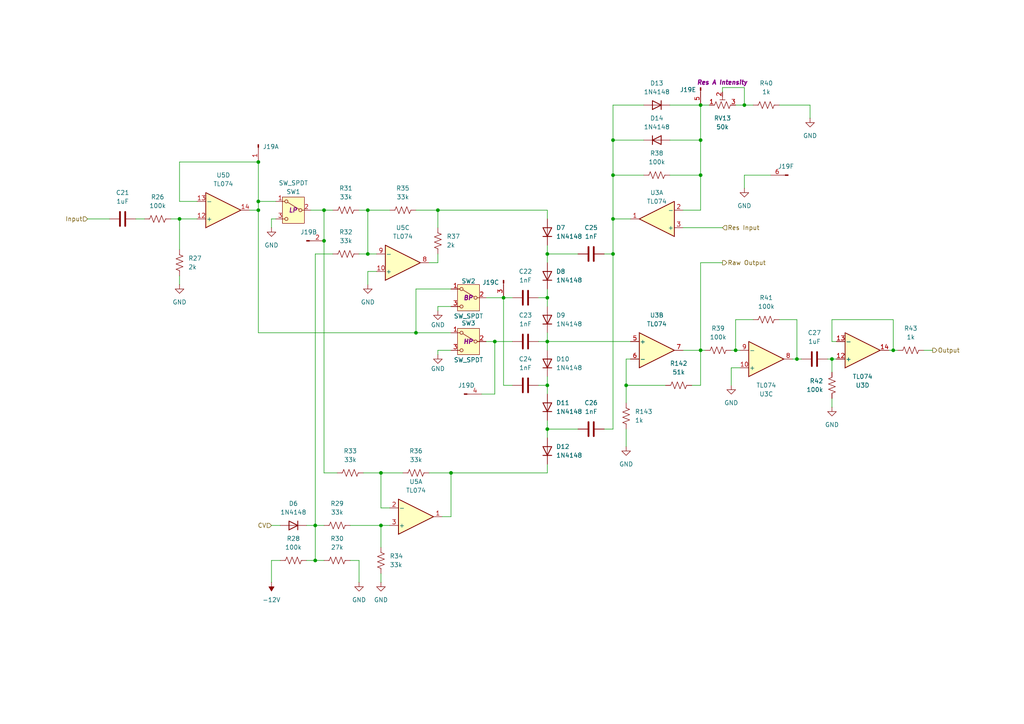
<source format=kicad_sch>
(kicad_sch (version 20250114) (generator "eeschema") (generator_version "9.0")
  (paper "A4")
  (title_block (company "DMH Instruments") (comment 1 "PCB for 15cm Kosmo format synthesizer module"))
  (lib_symbols
    (symbol "Amplifier_Operational:TL074" (pin_names (offset 0.127))
      (property "Reference" "U" (at 0 5.08 0))
      (property "Value" "TL074" (at 0 -5.08 0))
      (symbol "TL074_1_1"
        (polyline (pts (xy -5.08 5.08) (xy 5.08 0) (xy -5.08 -5.08) (xy -5.08 5.08)) (stroke (width 0.254)) (fill (type background)))
        (pin input line (at -7.62 2.54 0) (length 2.54) (name "+") (number "3"))
        (pin input line (at -7.62 -2.54 0) (length 2.54) (name "-") (number "2"))
        (pin output line (at 7.62 0 180) (length 2.54) (name "~") (number "1"))
      )
      (symbol "TL074_2_1"
        (polyline (pts (xy -5.08 5.08) (xy 5.08 0) (xy -5.08 -5.08) (xy -5.08 5.08)) (stroke (width 0.254)) (fill (type background)))
        (pin input line (at -7.62 2.54 0) (length 2.54) (name "+") (number "5"))
        (pin input line (at -7.62 -2.54 0) (length 2.54) (name "-") (number "6"))
        (pin output line (at 7.62 0 180) (length 2.54) (name "~") (number "7"))
      )
      (symbol "TL074_3_1"
        (polyline (pts (xy -5.08 5.08) (xy 5.08 0) (xy -5.08 -5.08) (xy -5.08 5.08)) (stroke (width 0.254)) (fill (type background)))
        (pin input line (at -7.62 2.54 0) (length 2.54) (name "+") (number "10"))
        (pin input line (at -7.62 -2.54 0) (length 2.54) (name "-") (number "9"))
        (pin output line (at 7.62 0 180) (length 2.54) (name "~") (number "8"))
      )
      (symbol "TL074_4_1"
        (polyline (pts (xy -5.08 5.08) (xy 5.08 0) (xy -5.08 -5.08) (xy -5.08 5.08)) (stroke (width 0.254)) (fill (type background)))
        (pin input line (at -7.62 2.54 0) (length 2.54) (name "+") (number "12"))
        (pin input line (at -7.62 -2.54 0) (length 2.54) (name "-") (number "13"))
        (pin output line (at 7.62 0 180) (length 2.54) (name "~") (number "14"))
      )
      (symbol "TL074_5_1"
        (pin power_in line (at -2.54 7.62 270) (length 3.81) (name "V+") (number "4"))
        (pin power_in line (at -2.54 -7.62 90) (length 3.81) (name "V-") (number "11"))
      )
    )
    (symbol "Device:C" (pin_numbers (hide yes)) (pin_names (offset 0.254))
      (property "Reference" "C" (at 0.635 2.54 0))
      (property "Value" "C" (at 0.635 -2.54 0))
      (symbol "C_0_1"
        (polyline (pts (xy -2.032 0.762) (xy 2.032 0.762)) (stroke (width 0.508)))
        (polyline (pts (xy -2.032 -0.762) (xy 2.032 -0.762)) (stroke (width 0.508)))
      )
      (symbol "C_1_1"
        (pin passive line (at 0 3.81 270) (length 2.794) (name "~") (number "1"))
        (pin passive line (at 0 -3.81 90) (length 2.794) (name "~") (number "2"))
      )
    )
    (symbol "Device:R_Potentiometer_Trim_US" (pin_names (offset 1.016) (hide yes))
      (property "Reference" "RV" (at -4.445 0 90))
      (property "Value" "R_Potentiometer_Trim_US" (at -2.54 0 90))
      (symbol "R_Potentiometer_Trim_US_0_1"
        (polyline (pts (xy 0 2.286) (xy 0 2.54)))
        (polyline (pts (xy 0 2.286) (xy 1.016 1.905) (xy 0 1.524) (xy -1.016 1.143) (xy 0 0.762)))
        (polyline (pts (xy 0 0.762) (xy 1.016 0.381) (xy 0 0) (xy -1.016 -0.381) (xy 0 -0.762)))
        (polyline (pts (xy 0 -0.762) (xy 1.016 -1.143) (xy 0 -1.524) (xy -1.016 -1.905) (xy 0 -2.286)))
        (polyline (pts (xy 0 -2.286) (xy 0 -2.54)))
        (polyline (pts (xy 1.524 0.762) (xy 1.524 -0.762)))
        (polyline (pts (xy 2.54 0) (xy 1.524 0)))
      )
      (symbol "R_Potentiometer_Trim_US_1_1"
        (pin passive line (at 0 3.81 270) (length 1.27) (name "1") (number "1"))
        (pin passive line (at 0 -3.81 90) (length 1.27) (name "3") (number "3"))
        (pin passive line (at 3.81 0 180) (length 1.27) (name "2") (number "2"))
      )
    )
    (symbol "Device:R_US" (pin_numbers (hide yes)) (pin_names (offset 0))
      (property "Reference" "R" (at 2.54 0 90))
      (property "Value" "R_US" (at -2.54 0 90))
      (symbol "R_US_0_1"
        (polyline (pts (xy 0 2.286) (xy 0 2.54)))
        (polyline (pts (xy 0 2.286) (xy 1.016 1.905) (xy 0 1.524) (xy -1.016 1.143) (xy 0 0.762)))
        (polyline (pts (xy 0 0.762) (xy 1.016 0.381) (xy 0 0) (xy -1.016 -0.381) (xy 0 -0.762)))
        (polyline (pts (xy 0 -0.762) (xy 1.016 -1.143) (xy 0 -1.524) (xy -1.016 -1.905) (xy 0 -2.286)))
        (polyline (pts (xy 0 -2.286) (xy 0 -2.54)))
      )
      (symbol "R_US_1_1"
        (pin passive line (at 0 3.81 270) (length 1.27) (name "~") (number "1"))
        (pin passive line (at 0 -3.81 90) (length 1.27) (name "~") (number "2"))
      )
    )
    (symbol "Diode:1N4148" (pin_numbers (hide yes)) (pin_names (hide yes))
      (property "Reference" "D" (at 0 2.54 0))
      (property "Value" "1N4148" (at 0 -2.54 0))
      (symbol "1N4148_0_1"
        (polyline (pts (xy -1.27 1.27) (xy -1.27 -1.27)) (stroke (width 0.254)))
        (polyline (pts (xy 1.27 1.27) (xy 1.27 -1.27) (xy -1.27 0) (xy 1.27 1.27)) (stroke (width 0.254)))
        (polyline (pts (xy 1.27 0) (xy -1.27 0)))
      )
      (symbol "1N4148_1_1"
        (pin passive line (at -3.81 0 0) (length 2.54) (name "K") (number "1"))
        (pin passive line (at 3.81 0 180) (length 2.54) (name "A") (number "2"))
      )
    )
    (symbol "Switch:SW_SPDT" (pin_names (offset 0) (hide yes))
      (property "Reference" "SW" (at 0 5.08 0))
      (property "Value" "SW_SPDT" (at 0 -5.08 0))
      (symbol "SW_SPDT_0_1"
        (circle (center -2.032 0) (radius 0.4572))
        (polyline (pts (xy -1.651 0.254) (xy 1.651 2.286)))
        (circle (center 2.032 2.54) (radius 0.4572))
        (circle (center 2.032 -2.54) (radius 0.4572))
      )
      (symbol "SW_SPDT_1_1"
        (rectangle (start -3.175 3.81) (end 3.175 -3.81) (fill (type background)))
        (pin passive line (at -5.08 0 0) (length 2.54) (name "B") (number "2"))
        (pin passive line (at 5.08 2.54 180) (length 2.54) (name "A") (number "1"))
        (pin passive line (at 5.08 -2.54 180) (length 2.54) (name "C") (number "3"))
      )
    )
    (symbol "SynthStuff:Conn_01x06_PinHeader" (pin_names (offset 1.016) (hide yes))
      (property "Reference" "J" (at 0 2.54 0))
      (symbol "Conn_01x06_PinHeader_1_1"
        (rectangle (start 0.8636 0.127) (end 0 -0.127) (stroke (width 0.1524)) (fill (type outline)))
        (polyline (pts (xy 1.27 0) (xy 0.8636 0)) (stroke (width 0.1524)))
        (pin passive line (at 5.08 0 180) (length 3.81) (name "Pin_1") (number "1"))
      )
      (symbol "Conn_01x06_PinHeader_2_1"
        (rectangle (start 0.8636 0.127) (end 0 -0.127) (stroke (width 0.1524)) (fill (type outline)))
        (polyline (pts (xy 1.27 0) (xy 0.8636 0)) (stroke (width 0.1524)))
        (pin passive line (at 5.08 0 180) (length 3.81) (name "Pin_2") (number "2"))
      )
      (symbol "Conn_01x06_PinHeader_3_1"
        (rectangle (start 0.8636 0.127) (end 0 -0.127) (stroke (width 0.1524)) (fill (type outline)))
        (polyline (pts (xy 1.27 0) (xy 0.8636 0)) (stroke (width 0.1524)))
        (pin passive line (at 5.08 0 180) (length 3.81) (name "Pin_3") (number "3"))
      )
      (symbol "Conn_01x06_PinHeader_4_1"
        (rectangle (start 0.8636 0.127) (end 0 -0.127) (stroke (width 0.1524)) (fill (type outline)))
        (polyline (pts (xy 1.27 0) (xy 0.8636 0)) (stroke (width 0.1524)))
        (pin passive line (at 5.08 0 180) (length 3.81) (name "Pin_4") (number "4"))
      )
      (symbol "Conn_01x06_PinHeader_5_1"
        (rectangle (start 0.8636 0.127) (end 0 -0.127) (stroke (width 0.1524)) (fill (type outline)))
        (polyline (pts (xy 1.27 0) (xy 0.8636 0)) (stroke (width 0.1524)))
        (pin passive line (at 5.08 0 180) (length 3.81) (name "Pin_5") (number "5"))
      )
      (symbol "Conn_01x06_PinHeader_6_1"
        (rectangle (start 0.8636 0.127) (end 0 -0.127) (stroke (width 0.1524)) (fill (type outline)))
        (polyline (pts (xy 1.27 0) (xy 0.8636 0)) (stroke (width 0.1524)))
        (pin passive line (at 5.08 0 180) (length 3.81) (name "Pin_6") (number "6"))
      )
    )
    (symbol "power:-12V" (power) (pin_numbers (hide yes)) (pin_names (offset 0) (hide yes))
      (property "Value" "-12V" (at 0 3.556 0))
      (symbol "-12V_0_0"
        (pin power_in line (at 0 0 90) (length 0) (name "~") (number "1"))
      )
      (symbol "-12V_0_1"
        (polyline (pts (xy 0 0) (xy 0 1.27) (xy 0.762 1.27) (xy 0 2.54) (xy -0.762 1.27) (xy 0 1.27)) (fill (type outline)))
      )
    )
    (symbol "power:GND" (power) (pin_numbers (hide yes)) (pin_names (offset 0) (hide yes))
      (property "Value" "GND" (at 0 -3.81 0))
      (symbol "GND_0_1"
        (polyline (pts (xy 0 0) (xy 0 -1.27) (xy 1.27 -1.27) (xy 0 -2.54) (xy -1.27 -1.27) (xy 0 -1.27)))
      )
      (symbol "GND_1_1"
        (pin power_in line (at 0 0 270) (length 0) (name "~") (number "1"))
      )
    )
  )
  (junction (at 110.49 137.16))
  (junction (at 74.93 58.42))
  (junction (at 213.36 101.6))
  (junction (at 241.3 104.14))
  (junction (at 181.61 111.76))
  (junction (at 177.8 63.5))
  (junction (at 110.49 152.4))
  (junction (at 231.14 104.14))
  (junction (at 259.08 101.6))
  (junction (at 177.8 50.8))
  (junction (at 177.8 40.64))
  (junction (at 106.68 73.66))
  (junction (at 52.07 63.5))
  (junction (at 203.2 30.48))
  (junction (at 74.93 60.96))
  (junction (at 74.93 46.99))
  (junction (at 130.81 137.16))
  (junction (at 93.98 60.96))
  (junction (at 158.75 124.46))
  (junction (at 203.2 40.64))
  (junction (at 158.75 99.06))
  (junction (at 158.75 73.66))
  (junction (at 158.75 111.76))
  (junction (at 143.51 99.06))
  (junction (at 93.98 69.85))
  (junction (at 91.44 152.4))
  (junction (at 203.2 101.6))
  (junction (at 177.8 73.66))
  (junction (at 146.05 86.36))
  (junction (at 120.65 96.52))
  (junction (at 203.2 50.8))
  (junction (at 106.68 60.96))
  (junction (at 91.44 162.56))
  (junction (at 215.9 30.48))
  (junction (at 158.75 86.36))
  (junction (at 127 60.96))
  (wire (pts (xy 203.2 30.48) (xy 205.74 30.48)))
  (wire (pts (xy 215.9 50.8) (xy 223.52 50.8)))
  (wire (pts (xy 120.65 83.82) (xy 130.81 83.82)))
  (wire (pts (xy 78.74 162.56) (xy 78.74 168.91)))
  (wire (pts (xy 106.68 60.96) (xy 106.68 73.66)))
  (wire (pts (xy 241.3 115.57) (xy 241.3 118.11)))
  (wire (pts (xy 156.21 111.76) (xy 158.75 111.76)))
  (wire (pts (xy 106.68 73.66) (xy 109.22 73.66)))
  (wire (pts (xy 130.81 96.52) (xy 120.65 96.52)))
  (wire (pts (xy 91.44 152.4) (xy 91.44 162.56)))
  (wire (pts (xy 52.07 63.5) (xy 57.15 63.5)))
  (wire (pts (xy 186.69 50.8) (xy 177.8 50.8)))
  (wire (pts (xy 259.08 101.6) (xy 257.81 101.6)))
  (wire (pts (xy 213.36 92.71) (xy 213.36 101.6)))
  (wire (pts (xy 130.81 149.86) (xy 128.27 149.86)))
  (wire (pts (xy 158.75 96.52) (xy 158.75 99.06)))
  (wire (pts (xy 175.26 124.46) (xy 177.8 124.46)))
  (wire (pts (xy 158.75 83.82) (xy 158.75 86.36)))
  (wire (pts (xy 231.14 104.14) (xy 232.41 104.14)))
  (wire (pts (xy 209.55 25.4) (xy 215.9 25.4)))
  (wire (pts (xy 130.81 137.16) (xy 130.81 149.86)))
  (wire (pts (xy 215.9 30.48) (xy 218.44 30.48)))
  (wire (pts (xy 158.75 111.76) (xy 158.75 114.3)))
  (wire (pts (xy 109.22 78.74) (xy 106.68 78.74)))
  (wire (pts (xy 104.14 162.56) (xy 104.14 168.91)))
  (wire (pts (xy 203.2 30.48) (xy 203.2 40.64)))
  (wire (pts (xy 203.2 40.64) (xy 203.2 50.8)))
  (wire (pts (xy 80.01 63.5) (xy 78.74 63.5)))
  (wire (pts (xy 120.65 96.52) (xy 120.65 83.82)))
  (wire (pts (xy 177.8 50.8) (xy 177.8 63.5)))
  (wire (pts (xy 241.3 104.14) (xy 242.57 104.14)))
  (wire (pts (xy 52.07 58.42) (xy 57.15 58.42)))
  (wire (pts (xy 212.09 101.6) (xy 213.36 101.6)))
  (wire (pts (xy 240.03 104.14) (xy 241.3 104.14)))
  (wire (pts (xy 259.08 101.6) (xy 260.35 101.6)))
  (wire (pts (xy 72.39 60.96) (xy 74.93 60.96)))
  (wire (pts (xy 110.49 152.4) (xy 113.03 152.4)))
  (wire (pts (xy 140.97 99.06) (xy 143.51 99.06)))
  (wire (pts (xy 120.65 60.96) (xy 127 60.96)))
  (wire (pts (xy 181.61 111.76) (xy 193.04 111.76)))
  (wire (pts (xy 167.64 73.66) (xy 158.75 73.66)))
  (wire (pts (xy 231.14 92.71) (xy 231.14 104.14)))
  (wire (pts (xy 158.75 99.06) (xy 182.88 99.06)))
  (wire (pts (xy 182.88 63.5) (xy 177.8 63.5)))
  (wire (pts (xy 198.12 101.6) (xy 203.2 101.6)))
  (wire (pts (xy 146.05 86.36) (xy 146.05 111.76)))
  (wire (pts (xy 78.74 152.4) (xy 81.28 152.4)))
  (wire (pts (xy 156.21 86.36) (xy 158.75 86.36)))
  (wire (pts (xy 52.07 46.99) (xy 52.07 58.42)))
  (wire (pts (xy 229.87 104.14) (xy 231.14 104.14)))
  (wire (pts (xy 74.93 46.99) (xy 52.07 46.99)))
  (wire (pts (xy 241.3 104.14) (xy 241.3 107.95)))
  (wire (pts (xy 93.98 60.96) (xy 96.52 60.96)))
  (wire (pts (xy 203.2 101.6) (xy 204.47 101.6)))
  (wire (pts (xy 215.9 25.4) (xy 215.9 30.48)))
  (wire (pts (xy 213.36 101.6) (xy 214.63 101.6)))
  (wire (pts (xy 139.7 114.3) (xy 143.51 114.3)))
  (wire (pts (xy 181.61 104.14) (xy 181.61 111.76)))
  (wire (pts (xy 186.69 30.48) (xy 177.8 30.48)))
  (wire (pts (xy 127 88.9) (xy 130.81 88.9)))
  (wire (pts (xy 105.41 137.16) (xy 110.49 137.16)))
  (wire (pts (xy 74.93 58.42) (xy 74.93 46.99)))
  (wire (pts (xy 110.49 152.4) (xy 110.49 158.75)))
  (wire (pts (xy 218.44 92.71) (xy 213.36 92.71)))
  (wire (pts (xy 101.6 152.4) (xy 110.49 152.4)))
  (wire (pts (xy 234.95 30.48) (xy 234.95 34.29)))
  (wire (pts (xy 81.28 162.56) (xy 78.74 162.56)))
  (wire (pts (xy 127 90.17) (xy 127 88.9)))
  (wire (pts (xy 127 60.96) (xy 127 66.04)))
  (wire (pts (xy 158.75 137.16) (xy 130.81 137.16)))
  (wire (pts (xy 146.05 111.76) (xy 148.59 111.76)))
  (wire (pts (xy 200.66 111.76) (xy 203.2 111.76)))
  (wire (pts (xy 181.61 124.46) (xy 181.61 129.54)))
  (wire (pts (xy 203.2 60.96) (xy 198.12 60.96)))
  (wire (pts (xy 214.63 106.68) (xy 212.09 106.68)))
  (wire (pts (xy 158.75 60.96) (xy 127 60.96)))
  (wire (pts (xy 91.44 152.4) (xy 93.98 152.4)))
  (wire (pts (xy 226.06 92.71) (xy 231.14 92.71)))
  (wire (pts (xy 127 101.6) (xy 127 102.87)))
  (wire (pts (xy 158.75 86.36) (xy 158.75 88.9)))
  (wire (pts (xy 267.97 101.6) (xy 270.51 101.6)))
  (wire (pts (xy 177.8 73.66) (xy 177.8 124.46)))
  (wire (pts (xy 213.36 30.48) (xy 215.9 30.48)))
  (wire (pts (xy 106.68 60.96) (xy 113.03 60.96)))
  (wire (pts (xy 226.06 30.48) (xy 234.95 30.48)))
  (wire (pts (xy 181.61 111.76) (xy 181.61 116.84)))
  (wire (pts (xy 124.46 76.2) (xy 127 76.2)))
  (wire (pts (xy 104.14 60.96) (xy 106.68 60.96)))
  (wire (pts (xy 88.9 162.56) (xy 91.44 162.56)))
  (wire (pts (xy 140.97 86.36) (xy 146.05 86.36)))
  (wire (pts (xy 158.75 99.06) (xy 158.75 101.6)))
  (wire (pts (xy 110.49 137.16) (xy 116.84 137.16)))
  (wire (pts (xy 181.61 104.14) (xy 182.88 104.14)))
  (wire (pts (xy 91.44 162.56) (xy 93.98 162.56)))
  (wire (pts (xy 203.2 101.6) (xy 203.2 111.76)))
  (wire (pts (xy 156.21 99.06) (xy 158.75 99.06)))
  (wire (pts (xy 49.53 63.5) (xy 52.07 63.5)))
  (wire (pts (xy 242.57 99.06) (xy 241.3 99.06)))
  (wire (pts (xy 127 76.2) (xy 127 73.66)))
  (wire (pts (xy 110.49 137.16) (xy 110.49 147.32)))
  (wire (pts (xy 177.8 63.5) (xy 177.8 73.66)))
  (wire (pts (xy 194.31 30.48) (xy 203.2 30.48)))
  (wire (pts (xy 158.75 109.22) (xy 158.75 111.76)))
  (wire (pts (xy 91.44 73.66) (xy 91.44 152.4)))
  (wire (pts (xy 90.17 60.96) (xy 93.98 60.96)))
  (wire (pts (xy 96.52 73.66) (xy 91.44 73.66)))
  (wire (pts (xy 124.46 137.16) (xy 130.81 137.16)))
  (wire (pts (xy 241.3 92.71) (xy 259.08 92.71)))
  (wire (pts (xy 194.31 50.8) (xy 203.2 50.8)))
  (wire (pts (xy 175.26 73.66) (xy 177.8 73.66)))
  (wire (pts (xy 186.69 40.64) (xy 177.8 40.64)))
  (wire (pts (xy 78.74 63.5) (xy 78.74 66.04)))
  (wire (pts (xy 143.51 114.3) (xy 143.51 99.06)))
  (wire (pts (xy 74.93 96.52) (xy 120.65 96.52)))
  (wire (pts (xy 101.6 162.56) (xy 104.14 162.56)))
  (wire (pts (xy 52.07 80.01) (xy 52.07 82.55)))
  (wire (pts (xy 39.37 63.5) (xy 41.91 63.5)))
  (wire (pts (xy 158.75 63.5) (xy 158.75 60.96)))
  (wire (pts (xy 148.59 86.36) (xy 146.05 86.36)))
  (wire (pts (xy 177.8 30.48) (xy 177.8 40.64)))
  (wire (pts (xy 93.98 137.16) (xy 97.79 137.16)))
  (wire (pts (xy 177.8 40.64) (xy 177.8 50.8)))
  (wire (pts (xy 158.75 73.66) (xy 158.75 76.2)))
  (wire (pts (xy 74.93 60.96) (xy 74.93 58.42)))
  (wire (pts (xy 106.68 78.74) (xy 106.68 82.55)))
  (wire (pts (xy 110.49 166.37) (xy 110.49 168.91)))
  (wire (pts (xy 52.07 63.5) (xy 52.07 72.39)))
  (wire (pts (xy 198.12 66.04) (xy 209.55 66.04)))
  (wire (pts (xy 241.3 99.06) (xy 241.3 92.71)))
  (wire (pts (xy 25.4 63.5) (xy 31.75 63.5)))
  (wire (pts (xy 158.75 121.92) (xy 158.75 124.46)))
  (wire (pts (xy 158.75 71.12) (xy 158.75 73.66)))
  (wire (pts (xy 259.08 92.71) (xy 259.08 101.6)))
  (wire (pts (xy 130.81 101.6) (xy 127 101.6)))
  (wire (pts (xy 104.14 73.66) (xy 106.68 73.66)))
  (wire (pts (xy 215.9 54.61) (xy 215.9 50.8)))
  (wire (pts (xy 158.75 134.62) (xy 158.75 137.16)))
  (wire (pts (xy 110.49 147.32) (xy 113.03 147.32)))
  (wire (pts (xy 143.51 99.06) (xy 148.59 99.06)))
  (wire (pts (xy 158.75 124.46) (xy 158.75 127)))
  (wire (pts (xy 203.2 50.8) (xy 203.2 60.96)))
  (wire (pts (xy 74.93 60.96) (xy 74.93 96.52)))
  (wire (pts (xy 88.9 152.4) (xy 91.44 152.4)))
  (wire (pts (xy 194.31 40.64) (xy 203.2 40.64)))
  (wire (pts (xy 93.98 60.96) (xy 93.98 69.85)))
  (wire (pts (xy 93.98 69.85) (xy 93.98 137.16)))
  (wire (pts (xy 209.55 26.67) (xy 209.55 25.4)))
  (wire (pts (xy 158.75 124.46) (xy 167.64 124.46)))
  (wire (pts (xy 74.93 58.42) (xy 80.01 58.42)))
  (wire (pts (xy 203.2 76.2) (xy 209.55 76.2)))
  (wire (pts (xy 212.09 106.68) (xy 212.09 111.76)))
  (wire (pts (xy 203.2 76.2) (xy 203.2 101.6)))
  (hierarchical_label "CV" (shape input) (at 78.74 152.4 180))
  (hierarchical_label "Raw Output" (shape output) (at 209.55 76.2 0))
  (hierarchical_label "Input" (shape input) (at 25.4 63.5 180))
  (hierarchical_label "Output" (shape output) (at 270.51 101.6 0))
  (hierarchical_label "Res Input" (shape input) (at 209.55 66.04 0))
  (symbol (lib_id "Device:C") (at 152.4 111.76 90) (unit 1) (on_board no)
    (property "Reference" "C24" (at 152.4 104.14 90))
    (property "Value" "1nF" (at 152.4 106.68 90))
    (property "Footprint" "Capacitor_THT:C_Disc_D4.3mm_W1.9mm_P5.00mm" (effects (hide yes)))
    (property "Description" "Unpolarized capacitor" (effects (hide yes)))
  )
  (symbol (lib_id "Amplifier_Operational:TL074") (at 250.19 101.6 0) (mirror x) (unit 4) (on_board no)
    (property "Reference" "U3" (at 250.19 111.76 0))
    (property "Value" "TL074" (at 250.19 109.22 0))
    (property "Footprint" "Package_DIP:DIP-14_W7.62mm_Socket" (effects (hide yes)))
    (property "Datasheet" "http://www.ti.com/lit/ds/symlink/tl071.pdf" (effects (hide yes)))
    (property "Description" "Quad Low-Noise JFET-Input Operational Amplifiers, DIP-14/SOIC-14" (effects (hide yes)))
  )
  (symbol (lib_id "Diode:1N4148") (at 85.09 152.4 180) (unit 1) (on_board no)
    (property "Reference" "D6" (at 85.09 146.05 0))
    (property "Value" "1N4148" (at 85.09 148.59 0))
    (property "Footprint" "Diode_THT:D_DO-35_SOD27_P7.62mm_Horizontal" (effects (hide yes)))
    (property "Datasheet" "https://assets.nexperia.com/documents/data-sheet/1N4148_1N4448.pdf" (effects (hide yes)))
    (property "Description" "100V 0.15A standard switching diode, DO-35" (effects (hide yes)))
    (property "Sim.Device" "D" (effects (hide yes)))
    (property "Sim.Pins" "1=K 2=A" (effects (hide yes)))
  )
  (symbol (lib_id "Amplifier_Operational:TL074") (at 64.77 60.96 0) (mirror x) (unit 4) (on_board no)
    (property "Reference" "U5" (at 64.77 50.8 0))
    (property "Value" "TL074" (at 64.77 53.34 0))
    (property "Footprint" "Package_DIP:DIP-14_W7.62mm_Socket" (effects (hide yes)))
    (property "Datasheet" "http://www.ti.com/lit/ds/symlink/tl071.pdf" (effects (hide yes)))
    (property "Description" "Quad Low-Noise JFET-Input Operational Amplifiers, DIP-14/SOIC-14" (effects (hide yes)))
  )
  (symbol (lib_id "power:GND") (at 78.74 66.04 0) (unit 1)
    (property "Reference" "#PWR033" (effects (hide yes)))
    (property "Value" "GND" (at 78.74 71.12 0))
    (property "Description" "Power symbol creates a global label with name \"GND\" , ground" (effects (hide yes)))
  )
  (symbol (lib_id "power:GND") (at 106.68 82.55 0) (unit 1)
    (property "Reference" "#PWR036" (effects (hide yes)))
    (property "Value" "GND" (at 106.68 87.63 0))
    (property "Description" "Power symbol creates a global label with name \"GND\" , ground" (effects (hide yes)))
  )
  (symbol (lib_id "Device:R_US") (at 85.09 162.56 90) (unit 1) (on_board no)
    (property "Reference" "R28" (at 85.09 156.21 90))
    (property "Value" "100k" (at 85.09 158.75 90))
    (property "Footprint" "Resistor_THT:R_Axial_DIN0207_L6.3mm_D2.5mm_P7.62mm_Horizontal" (effects (hide yes)))
    (property "Description" "Resistor, US symbol" (effects (hide yes)))
  )
  (symbol (lib_id "power:GND") (at 234.95 34.29 0) (unit 1)
    (property "Reference" "#PWR041" (effects (hide yes)))
    (property "Value" "GND" (at 234.95 39.37 0))
    (property "Description" "Power symbol creates a global label with name \"GND\" , ground" (effects (hide yes)))
  )
  (symbol (lib_id "power:GND") (at 215.9 54.61 0) (unit 1)
    (property "Reference" "#PWR0109" (effects (hide yes)))
    (property "Value" "GND" (at 215.9 59.69 0))
    (property "Description" "Power symbol creates a global label with name \"GND\" , ground" (effects (hide yes)))
  )
  (symbol (lib_id "Device:C") (at 236.22 104.14 90) (unit 1) (on_board no)
    (property "Reference" "C27" (at 236.22 96.52 90))
    (property "Value" "1uF" (at 236.22 99.06 90))
    (property "Footprint" "Capacitor_THT:C_Disc_D4.3mm_W1.9mm_P5.00mm" (effects (hide yes)))
    (property "Description" "Unpolarized capacitor" (effects (hide yes)))
  )
  (symbol (lib_id "SynthStuff:Conn_01x06_PinHeader") (at 146.05 81.28 270) (unit 3)
    (property "Reference" "J19" (at 144.78 81.9149 90) (effects (justify right)))
    (property "Value" "Conn_01x06_PinHeader" (effects (hide yes)))
    (property "Footprint" "Connector_PinSocket_2.54mm:PinSocket_1x06_P2.54mm_Vertical" (effects (hide yes)))
    (property "Description" "Generic connector, single row, 01x06" (effects (hide yes)))
  )
  (symbol (lib_id "Device:R_US") (at 222.25 92.71 90) (unit 1) (on_board no)
    (property "Reference" "R41" (at 222.25 86.36 90))
    (property "Value" "100k" (at 222.25 88.9 90))
    (property "Footprint" "Resistor_THT:R_Axial_DIN0207_L6.3mm_D2.5mm_P7.62mm_Horizontal" (effects (hide yes)))
    (property "Description" "Resistor, US symbol" (effects (hide yes)))
  )
  (symbol (lib_id "power:GND") (at 110.49 168.91 0) (unit 1)
    (property "Reference" "#PWR037" (effects (hide yes)))
    (property "Value" "GND" (at 110.49 173.99 0))
    (property "Description" "Power symbol creates a global label with name \"GND\" , ground" (effects (hide yes)))
  )
  (symbol (lib_id "Diode:1N4148") (at 158.75 67.31 90) (unit 1) (on_board no)
    (property "Reference" "D7" (at 161.29 66.0399 90) (effects (justify right)))
    (property "Value" "1N4148" (at 161.29 68.5799 90) (effects (justify right)))
    (property "Footprint" "Diode_THT:D_DO-35_SOD27_P7.62mm_Horizontal" (effects (hide yes)))
    (property "Datasheet" "https://assets.nexperia.com/documents/data-sheet/1N4148_1N4448.pdf" (effects (hide yes)))
    (property "Description" "100V 0.15A standard switching diode, DO-35" (effects (hide yes)))
    (property "Sim.Device" "D" (effects (hide yes)))
    (property "Sim.Pins" "1=K 2=A" (effects (hide yes)))
  )
  (symbol (lib_id "Device:R_US") (at 100.33 60.96 90) (unit 1) (on_board no)
    (property "Reference" "R31" (at 100.33 54.61 90))
    (property "Value" "33k" (at 100.33 57.15 90))
    (property "Footprint" "Resistor_THT:R_Axial_DIN0207_L6.3mm_D2.5mm_P7.62mm_Horizontal" (effects (hide yes)))
    (property "Description" "Resistor, US symbol" (effects (hide yes)))
  )
  (symbol (lib_id "Switch:SW_SPDT") (at 135.89 86.36 0) (mirror y) (unit 1)
    (property "Reference" "SW2" (at 135.89 81.534 0))
    (property "Value" "SW_SPDT" (at 135.89 91.694 0))
    (property "Footprint" "SynthStuff:Toggle_Switch_TE" (effects (hide yes)))
    (property "Description" "Switch, single pole double throw" (effects (hide yes)))
    (property "Function" "BP" (at 135.89 86.36 0) (effects (font (thickness 0.254) (bold yes) (italic yes))))
  )
  (symbol (lib_id "power:-12V") (at 78.74 168.91 180) (unit 1)
    (property "Reference" "#PWR034" (effects (hide yes)))
    (property "Value" "-12V" (at 78.74 173.99 0))
    (property "Description" "Power symbol creates a global label with name \"-12V\"" (effects (hide yes)))
  )
  (symbol (lib_id "Amplifier_Operational:TL074") (at 222.25 104.14 0) (mirror x) (unit 3) (on_board no)
    (property "Reference" "U3" (at 222.25 114.3 0))
    (property "Value" "TL074" (at 222.25 111.76 0))
    (property "Footprint" "Package_DIP:DIP-14_W7.62mm_Socket" (effects (hide yes)))
    (property "Datasheet" "http://www.ti.com/lit/ds/symlink/tl071.pdf" (effects (hide yes)))
    (property "Description" "Quad Low-Noise JFET-Input Operational Amplifiers, DIP-14/SOIC-14" (effects (hide yes)))
  )
  (symbol (lib_id "Amplifier_Operational:TL074") (at 116.84 76.2 0) (mirror x) (unit 3) (on_board no)
    (property "Reference" "U5" (at 116.84 66.04 0))
    (property "Value" "TL074" (at 116.84 68.58 0))
    (property "Footprint" "Package_DIP:DIP-14_W7.62mm_Socket" (effects (hide yes)))
    (property "Datasheet" "http://www.ti.com/lit/ds/symlink/tl071.pdf" (effects (hide yes)))
    (property "Description" "Quad Low-Noise JFET-Input Operational Amplifiers, DIP-14/SOIC-14" (effects (hide yes)))
  )
  (symbol (lib_id "Device:C") (at 152.4 99.06 90) (unit 1) (on_board no)
    (property "Reference" "C23" (at 152.4 91.44 90))
    (property "Value" "1nF" (at 152.4 93.98 90))
    (property "Footprint" "Capacitor_THT:C_Disc_D4.3mm_W1.9mm_P5.00mm" (effects (hide yes)))
    (property "Description" "Unpolarized capacitor" (effects (hide yes)))
  )
  (symbol (lib_id "SynthStuff:Conn_01x06_PinHeader") (at 74.93 41.91 270) (unit 1)
    (property "Reference" "J19" (at 76.2 42.5449 90) (effects (justify left)))
    (property "Value" "Conn_01x06_PinHeader" (effects (hide yes)))
    (property "Footprint" "Connector_PinSocket_2.54mm:PinSocket_1x06_P2.54mm_Vertical" (effects (hide yes)))
    (property "Description" "Generic connector, single row, 01x06" (effects (hide yes)))
  )
  (symbol (lib_id "Amplifier_Operational:TL074") (at 190.5 63.5 180) (unit 1) (on_board no)
    (property "Reference" "U3" (at 190.5 55.88 0))
    (property "Value" "TL074" (at 190.5 58.42 0))
    (property "Footprint" "Package_DIP:DIP-14_W7.62mm_Socket" (effects (hide yes)))
    (property "Datasheet" "http://www.ti.com/lit/ds/symlink/tl071.pdf" (effects (hide yes)))
    (property "Description" "Quad Low-Noise JFET-Input Operational Amplifiers, DIP-14/SOIC-14" (effects (hide yes)))
  )
  (symbol (lib_id "Switch:SW_SPDT") (at 85.09 60.96 0) (mirror y) (unit 1)
    (property "Reference" "SW1" (at 85.09 55.626 0))
    (property "Value" "SW_SPDT" (at 85.09 53.086 0))
    (property "Footprint" "SynthStuff:Toggle_Switch_TE" (effects (hide yes)))
    (property "Description" "Switch, single pole double throw" (effects (hide yes)))
    (property "Function" "LP" (at 85.09 60.96 0) (effects (font (thickness 0.254) (bold yes) (italic yes))))
  )
  (symbol (lib_id "Device:R_US") (at 208.28 101.6 90) (unit 1) (on_board no)
    (property "Reference" "R39" (at 208.28 95.25 90))
    (property "Value" "100k" (at 208.28 97.79 90))
    (property "Footprint" "Resistor_THT:R_Axial_DIN0207_L6.3mm_D2.5mm_P7.62mm_Horizontal" (effects (hide yes)))
    (property "Description" "Resistor, US symbol" (effects (hide yes)))
  )
  (symbol (lib_id "Device:C") (at 171.45 73.66 90) (unit 1) (on_board no)
    (property "Reference" "C25" (at 171.45 66.04 90))
    (property "Value" "1nF" (at 171.45 68.58 90))
    (property "Footprint" "Capacitor_THT:C_Disc_D4.3mm_W1.9mm_P5.00mm" (effects (hide yes)))
    (property "Description" "Unpolarized capacitor" (effects (hide yes)))
  )
  (symbol (lib_id "Device:R_US") (at 97.79 152.4 90) (unit 1) (on_board no)
    (property "Reference" "R29" (at 97.79 146.05 90))
    (property "Value" "33k" (at 97.79 148.59 90))
    (property "Footprint" "Resistor_THT:R_Axial_DIN0207_L6.3mm_D2.5mm_P7.62mm_Horizontal" (effects (hide yes)))
    (property "Description" "Resistor, US symbol" (effects (hide yes)))
  )
  (symbol (lib_id "Device:R_US") (at 181.61 120.65 180) (unit 1) (on_board no)
    (property "Reference" "R143" (at 184.15 119.3799 0) (effects (justify right)))
    (property "Value" "1k" (at 184.15 121.9199 0) (effects (justify right)))
    (property "Footprint" "Resistor_THT:R_Axial_DIN0207_L6.3mm_D2.5mm_P7.62mm_Horizontal" (effects (hide yes)))
    (property "Description" "Resistor, US symbol" (effects (hide yes)))
  )
  (symbol (lib_id "SynthStuff:Conn_01x06_PinHeader") (at 203.2 25.4 90) (mirror x) (unit 5)
    (property "Reference" "J19" (at 201.93 26.0349 90) (effects (justify left)))
    (property "Value" "Conn_01x06_PinHeader" (effects (hide yes)))
    (property "Footprint" "Connector_PinSocket_2.54mm:PinSocket_1x06_P2.54mm_Vertical" (effects (hide yes)))
    (property "Description" "Generic connector, single row, 01x06" (effects (hide yes)))
  )
  (symbol (lib_id "Device:C") (at 171.45 124.46 90) (unit 1) (on_board no)
    (property "Reference" "C26" (at 171.45 116.84 90))
    (property "Value" "1nF" (at 171.45 119.38 90))
    (property "Footprint" "Capacitor_THT:C_Disc_D4.3mm_W1.9mm_P5.00mm" (effects (hide yes)))
    (property "Description" "Unpolarized capacitor" (effects (hide yes)))
  )
  (symbol (lib_id "Device:R_US") (at 110.49 162.56 180) (unit 1) (on_board no)
    (property "Reference" "R34" (at 113.03 161.2899 0) (effects (justify right)))
    (property "Value" "33k" (at 113.03 163.8299 0) (effects (justify right)))
    (property "Footprint" "Resistor_THT:R_Axial_DIN0207_L6.3mm_D2.5mm_P7.62mm_Horizontal" (effects (hide yes)))
    (property "Description" "Resistor, US symbol" (effects (hide yes)))
  )
  (symbol (lib_id "power:GND") (at 52.07 82.55 0) (unit 1)
    (property "Reference" "#PWR032" (effects (hide yes)))
    (property "Value" "GND" (at 52.07 87.63 0))
    (property "Description" "Power symbol creates a global label with name \"GND\" , ground" (effects (hide yes)))
  )
  (symbol (lib_id "power:GND") (at 127 102.87 0) (unit 1)
    (property "Reference" "#PWR039" (effects (hide yes)))
    (property "Value" "GND" (at 127 106.934 0))
    (property "Description" "Power symbol creates a global label with name \"GND\" , ground" (effects (hide yes)))
  )
  (symbol (lib_id "Device:C") (at 35.56 63.5 90) (unit 1) (on_board no)
    (property "Reference" "C21" (at 35.56 55.88 90))
    (property "Value" "1uF" (at 35.56 58.42 90))
    (property "Footprint" "Capacitor_THT:C_Disc_D4.3mm_W1.9mm_P5.00mm" (effects (hide yes)))
    (property "Description" "Unpolarized capacitor" (effects (hide yes)))
  )
  (symbol (lib_id "power:GND") (at 127 90.17 0) (unit 1)
    (property "Reference" "#PWR038" (effects (hide yes)))
    (property "Value" "GND" (at 127 94.234 0))
    (property "Description" "Power symbol creates a global label with name \"GND\" , ground" (effects (hide yes)))
  )
  (symbol (lib_id "Device:C") (at 152.4 86.36 90) (unit 1) (on_board no)
    (property "Reference" "C22" (at 152.4 78.74 90))
    (property "Value" "1nF" (at 152.4 81.28 90))
    (property "Footprint" "Capacitor_THT:C_Disc_D4.3mm_W1.9mm_P5.00mm" (effects (hide yes)))
    (property "Description" "Unpolarized capacitor" (effects (hide yes)))
  )
  (symbol (lib_id "Device:R_Potentiometer_Trim_US") (at 209.55 30.48 90) (unit 1)
    (property "Reference" "RV13" (at 209.55 34.29 90))
    (property "Value" "50k" (at 209.55 36.83 90))
    (property "Footprint" "Potentiometer_THT:Potentiometer_Bourns_3296W_Vertical" (effects (hide yes)))
    (property "Description" "Trim-potentiometer, US symbol" (effects (hide yes)))
    (property "Function" "Res A Intensity" (at 209.55 23.876 90) (effects (font (thickness 0.254) (bold yes) (italic yes))))
  )
  (symbol (lib_id "power:GND") (at 241.3 118.11 0) (unit 1)
    (property "Reference" "#PWR042" (effects (hide yes)))
    (property "Value" "GND" (at 241.3 123.19 0))
    (property "Description" "Power symbol creates a global label with name \"GND\" , ground" (effects (hide yes)))
  )
  (symbol (lib_id "Device:R_US") (at 196.85 111.76 90) (unit 1) (on_board no)
    (property "Reference" "R142" (at 196.85 105.41 90))
    (property "Value" "51k" (at 196.85 107.95 90))
    (property "Footprint" "Resistor_THT:R_Axial_DIN0207_L6.3mm_D2.5mm_P7.62mm_Horizontal" (effects (hide yes)))
    (property "Description" "Resistor, US symbol" (effects (hide yes)))
  )
  (symbol (lib_id "Device:R_US") (at 97.79 162.56 90) (unit 1) (on_board no)
    (property "Reference" "R30" (at 97.79 156.21 90))
    (property "Value" "27k" (at 97.79 158.75 90))
    (property "Footprint" "Resistor_THT:R_Axial_DIN0207_L6.3mm_D2.5mm_P7.62mm_Horizontal" (effects (hide yes)))
    (property "Description" "Resistor, US symbol" (effects (hide yes)))
  )
  (symbol (lib_id "Device:R_US") (at 127 69.85 180) (unit 1) (on_board no)
    (property "Reference" "R37" (at 129.54 68.5799 0) (effects (justify right)))
    (property "Value" "2k" (at 129.54 71.1199 0) (effects (justify right)))
    (property "Footprint" "Resistor_THT:R_Axial_DIN0207_L6.3mm_D2.5mm_P7.62mm_Horizontal" (effects (hide yes)))
    (property "Description" "Resistor, US symbol" (effects (hide yes)))
  )
  (symbol (lib_id "Amplifier_Operational:TL074") (at 120.65 149.86 0) (mirror x) (unit 1) (on_board no)
    (property "Reference" "U5" (at 120.65 139.7 0))
    (property "Value" "TL074" (at 120.65 142.24 0))
    (property "Footprint" "Package_DIP:DIP-14_W7.62mm_Socket" (effects (hide yes)))
    (property "Datasheet" "http://www.ti.com/lit/ds/symlink/tl071.pdf" (effects (hide yes)))
    (property "Description" "Quad Low-Noise JFET-Input Operational Amplifiers, DIP-14/SOIC-14" (effects (hide yes)))
  )
  (symbol (lib_id "Device:R_US") (at 100.33 73.66 90) (unit 1) (on_board no)
    (property "Reference" "R32" (at 100.33 67.31 90))
    (property "Value" "33k" (at 100.33 69.85 90))
    (property "Footprint" "Resistor_THT:R_Axial_DIN0207_L6.3mm_D2.5mm_P7.62mm_Horizontal" (effects (hide yes)))
    (property "Description" "Resistor, US symbol" (effects (hide yes)))
  )
  (symbol (lib_id "power:GND") (at 181.61 129.54 0) (unit 1)
    (property "Reference" "#PWR0107" (effects (hide yes)))
    (property "Value" "GND" (at 181.61 134.62 0))
    (property "Description" "Power symbol creates a global label with name \"GND\" , ground" (effects (hide yes)))
  )
  (symbol (lib_id "Device:R_US") (at 101.6 137.16 90) (unit 1) (on_board no)
    (property "Reference" "R33" (at 101.6 130.81 90))
    (property "Value" "33k" (at 101.6 133.35 90))
    (property "Footprint" "Resistor_THT:R_Axial_DIN0207_L6.3mm_D2.5mm_P7.62mm_Horizontal" (effects (hide yes)))
    (property "Description" "Resistor, US symbol" (effects (hide yes)))
  )
  (symbol (lib_id "Device:R_US") (at 116.84 60.96 90) (unit 1) (on_board no)
    (property "Reference" "R35" (at 116.84 54.61 90))
    (property "Value" "33k" (at 116.84 57.15 90))
    (property "Footprint" "Resistor_THT:R_Axial_DIN0207_L6.3mm_D2.5mm_P7.62mm_Horizontal" (effects (hide yes)))
    (property "Description" "Resistor, US symbol" (effects (hide yes)))
  )
  (symbol (lib_id "Diode:1N4148") (at 158.75 92.71 90) (unit 1) (on_board no)
    (property "Reference" "D9" (at 161.29 91.4399 90) (effects (justify right)))
    (property "Value" "1N4148" (at 161.29 93.9799 90) (effects (justify right)))
    (property "Footprint" "Diode_THT:D_DO-35_SOD27_P7.62mm_Horizontal" (effects (hide yes)))
    (property "Datasheet" "https://assets.nexperia.com/documents/data-sheet/1N4148_1N4448.pdf" (effects (hide yes)))
    (property "Description" "100V 0.15A standard switching diode, DO-35" (effects (hide yes)))
    (property "Sim.Device" "D" (effects (hide yes)))
    (property "Sim.Pins" "1=K 2=A" (effects (hide yes)))
  )
  (symbol (lib_id "Diode:1N4148") (at 158.75 118.11 90) (unit 1) (on_board no)
    (property "Reference" "D11" (at 161.29 116.8399 90) (effects (justify right)))
    (property "Value" "1N4148" (at 161.29 119.3799 90) (effects (justify right)))
    (property "Footprint" "Diode_THT:D_DO-35_SOD27_P7.62mm_Horizontal" (effects (hide yes)))
    (property "Datasheet" "https://assets.nexperia.com/documents/data-sheet/1N4148_1N4448.pdf" (effects (hide yes)))
    (property "Description" "100V 0.15A standard switching diode, DO-35" (effects (hide yes)))
    (property "Sim.Device" "D" (effects (hide yes)))
    (property "Sim.Pins" "1=K 2=A" (effects (hide yes)))
  )
  (symbol (lib_id "power:GND") (at 104.14 168.91 0) (unit 1)
    (property "Reference" "#PWR035" (effects (hide yes)))
    (property "Value" "GND" (at 104.14 173.99 0))
    (property "Description" "Power symbol creates a global label with name \"GND\" , ground" (effects (hide yes)))
  )
  (symbol (lib_id "Device:R_US") (at 45.72 63.5 90) (unit 1) (on_board no)
    (property "Reference" "R26" (at 45.72 57.15 90))
    (property "Value" "100k" (at 45.72 59.69 90))
    (property "Footprint" "Resistor_THT:R_Axial_DIN0207_L6.3mm_D2.5mm_P7.62mm_Horizontal" (effects (hide yes)))
    (property "Description" "Resistor, US symbol" (effects (hide yes)))
  )
  (symbol (lib_id "Diode:1N4148") (at 158.75 105.41 90) (unit 1) (on_board no)
    (property "Reference" "D10" (at 161.29 104.1399 90) (effects (justify right)))
    (property "Value" "1N4148" (at 161.29 106.6799 90) (effects (justify right)))
    (property "Footprint" "Diode_THT:D_DO-35_SOD27_P7.62mm_Horizontal" (effects (hide yes)))
    (property "Datasheet" "https://assets.nexperia.com/documents/data-sheet/1N4148_1N4448.pdf" (effects (hide yes)))
    (property "Description" "100V 0.15A standard switching diode, DO-35" (effects (hide yes)))
    (property "Sim.Device" "D" (effects (hide yes)))
    (property "Sim.Pins" "1=K 2=A" (effects (hide yes)))
  )
  (symbol (lib_id "Device:R_US") (at 120.65 137.16 90) (unit 1) (on_board no)
    (property "Reference" "R36" (at 120.65 130.81 90))
    (property "Value" "33k" (at 120.65 133.35 90))
    (property "Footprint" "Resistor_THT:R_Axial_DIN0207_L6.3mm_D2.5mm_P7.62mm_Horizontal" (effects (hide yes)))
    (property "Description" "Resistor, US symbol" (effects (hide yes)))
  )
  (symbol (lib_id "power:GND") (at 212.09 111.76 0) (unit 1)
    (property "Reference" "#PWR040" (effects (hide yes)))
    (property "Value" "GND" (at 212.09 116.84 0))
    (property "Description" "Power symbol creates a global label with name \"GND\" , ground" (effects (hide yes)))
  )
  (symbol (lib_id "Diode:1N4148") (at 190.5 40.64 0) (unit 1) (on_board no)
    (property "Reference" "D14" (at 190.5 34.29 0))
    (property "Value" "1N4148" (at 190.5 36.83 0))
    (property "Footprint" "Diode_THT:D_DO-35_SOD27_P7.62mm_Horizontal" (effects (hide yes)))
    (property "Datasheet" "https://assets.nexperia.com/documents/data-sheet/1N4148_1N4448.pdf" (effects (hide yes)))
    (property "Description" "100V 0.15A standard switching diode, DO-35" (effects (hide yes)))
    (property "Sim.Device" "D" (effects (hide yes)))
    (property "Sim.Pins" "1=K 2=A" (effects (hide yes)))
  )
  (symbol (lib_id "Device:R_US") (at 241.3 111.76 0) (mirror x) (unit 1) (on_board no)
    (property "Reference" "R42" (at 238.76 110.4899 0) (effects (justify right)))
    (property "Value" "100k" (at 238.76 113.0299 0) (effects (justify right)))
    (property "Footprint" "Resistor_THT:R_Axial_DIN0207_L6.3mm_D2.5mm_P7.62mm_Horizontal" (effects (hide yes)))
    (property "Description" "Resistor, US symbol" (effects (hide yes)))
  )
  (symbol (lib_id "Diode:1N4148") (at 158.75 80.01 90) (unit 1) (on_board no)
    (property "Reference" "D8" (at 161.29 78.7399 90) (effects (justify right)))
    (property "Value" "1N4148" (at 161.29 81.2799 90) (effects (justify right)))
    (property "Footprint" "Diode_THT:D_DO-35_SOD27_P7.62mm_Horizontal" (effects (hide yes)))
    (property "Datasheet" "https://assets.nexperia.com/documents/data-sheet/1N4148_1N4448.pdf" (effects (hide yes)))
    (property "Description" "100V 0.15A standard switching diode, DO-35" (effects (hide yes)))
    (property "Sim.Device" "D" (effects (hide yes)))
    (property "Sim.Pins" "1=K 2=A" (effects (hide yes)))
  )
  (symbol (lib_id "Device:R_US") (at 52.07 76.2 180) (unit 1) (on_board no)
    (property "Reference" "R27" (at 54.61 74.9299 0) (effects (justify right)))
    (property "Value" "2k" (at 54.61 77.4699 0) (effects (justify right)))
    (property "Footprint" "Resistor_THT:R_Axial_DIN0207_L6.3mm_D2.5mm_P7.62mm_Horizontal" (effects (hide yes)))
    (property "Description" "Resistor, US symbol" (effects (hide yes)))
  )
  (symbol (lib_id "Amplifier_Operational:TL074") (at 190.5 101.6 0) (unit 2) (on_board no)
    (property "Reference" "U3" (at 190.5 91.44 0))
    (property "Value" "TL074" (at 190.5 93.98 0))
    (property "Footprint" "Package_DIP:DIP-14_W7.62mm_Socket" (effects (hide yes)))
    (property "Datasheet" "http://www.ti.com/lit/ds/symlink/tl071.pdf" (effects (hide yes)))
    (property "Description" "Quad Low-Noise JFET-Input Operational Amplifiers, DIP-14/SOIC-14" (effects (hide yes)))
  )
  (symbol (lib_id "Switch:SW_SPDT") (at 135.89 99.06 0) (mirror y) (unit 1)
    (property "Reference" "SW3" (at 135.89 93.726 0))
    (property "Value" "SW_SPDT" (at 135.89 104.394 0))
    (property "Footprint" "SynthStuff:Toggle_Switch_TE" (effects (hide yes)))
    (property "Description" "Switch, single pole double throw" (effects (hide yes)))
    (property "Function" "HP" (at 135.89 99.06 0) (effects (font (thickness 0.254) (bold yes) (italic yes))))
  )
  (symbol (lib_id "SynthStuff:Conn_01x06_PinHeader") (at 228.6 50.8 180) (unit 6)
    (property "Reference" "J19" (at 227.965 48.26 0))
    (property "Value" "Conn_01x06_PinHeader" (effects (hide yes)))
    (property "Footprint" "Connector_PinSocket_2.54mm:PinSocket_1x06_P2.54mm_Vertical" (effects (hide yes)))
    (property "Description" "Generic connector, single row, 01x06" (effects (hide yes)))
  )
  (symbol (lib_id "Diode:1N4148") (at 158.75 130.81 90) (unit 1) (on_board no)
    (property "Reference" "D12" (at 161.29 129.5399 90) (effects (justify right)))
    (property "Value" "1N4148" (at 161.29 132.0799 90) (effects (justify right)))
    (property "Footprint" "Diode_THT:D_DO-35_SOD27_P7.62mm_Horizontal" (effects (hide yes)))
    (property "Datasheet" "https://assets.nexperia.com/documents/data-sheet/1N4148_1N4448.pdf" (effects (hide yes)))
    (property "Description" "100V 0.15A standard switching diode, DO-35" (effects (hide yes)))
    (property "Sim.Device" "D" (effects (hide yes)))
    (property "Sim.Pins" "1=K 2=A" (effects (hide yes)))
  )
  (symbol (lib_id "Device:R_US") (at 264.16 101.6 90) (unit 1) (on_board no)
    (property "Reference" "R43" (at 264.16 95.25 90))
    (property "Value" "1k" (at 264.16 97.79 90))
    (property "Footprint" "Resistor_THT:R_Axial_DIN0207_L6.3mm_D2.5mm_P7.62mm_Horizontal" (effects (hide yes)))
    (property "Description" "Resistor, US symbol" (effects (hide yes)))
  )
  (symbol (lib_id "Diode:1N4148") (at 190.5 30.48 180) (unit 1) (on_board no)
    (property "Reference" "D13" (at 190.5 24.13 0))
    (property "Value" "1N4148" (at 190.5 26.67 0))
    (property "Footprint" "Diode_THT:D_DO-35_SOD27_P7.62mm_Horizontal" (effects (hide yes)))
    (property "Datasheet" "https://assets.nexperia.com/documents/data-sheet/1N4148_1N4448.pdf" (effects (hide yes)))
    (property "Description" "100V 0.15A standard switching diode, DO-35" (effects (hide yes)))
    (property "Sim.Device" "D" (effects (hide yes)))
    (property "Sim.Pins" "1=K 2=A" (effects (hide yes)))
  )
  (symbol (lib_id "SynthStuff:Conn_01x06_PinHeader") (at 134.62 114.3 0) (mirror x) (unit 4)
    (property "Reference" "J19" (at 135.255 111.76 0))
    (property "Value" "Conn_01x06_PinHeader" (effects (hide yes)))
    (property "Footprint" "Connector_PinSocket_2.54mm:PinSocket_1x06_P2.54mm_Vertical" (effects (hide yes)))
    (property "Description" "Generic connector, single row, 01x06" (effects (hide yes)))
  )
  (symbol (lib_id "Device:R_US") (at 222.25 30.48 90) (unit 1)
    (property "Reference" "R40" (at 222.25 24.13 90))
    (property "Value" "1k" (at 222.25 26.67 90))
    (property "Footprint" "Resistor_THT:R_Axial_DIN0207_L6.3mm_D2.5mm_P7.62mm_Horizontal" (effects (hide yes)))
    (property "Description" "Resistor, US symbol" (effects (hide yes)))
  )
  (symbol (lib_id "Device:R_US") (at 190.5 50.8 90) (unit 1) (on_board no)
    (property "Reference" "R38" (at 190.5 44.45 90))
    (property "Value" "100k" (at 190.5 46.99 90))
    (property "Footprint" "Resistor_THT:R_Axial_DIN0207_L6.3mm_D2.5mm_P7.62mm_Horizontal" (effects (hide yes)))
    (property "Description" "Resistor, US symbol" (effects (hide yes)))
  )
  (symbol (lib_id "SynthStuff:Conn_01x06_PinHeader") (at 88.9 69.85 0) (unit 2)
    (property "Reference" "J19" (at 89.535 67.31 0))
    (property "Value" "Conn_01x06_PinHeader" (effects (hide yes)))
    (property "Footprint" "Connector_PinSocket_2.54mm:PinSocket_1x06_P2.54mm_Vertical" (effects (hide yes)))
    (property "Description" "Generic connector, single row, 01x06" (effects (hide yes)))
  )
)
</source>
